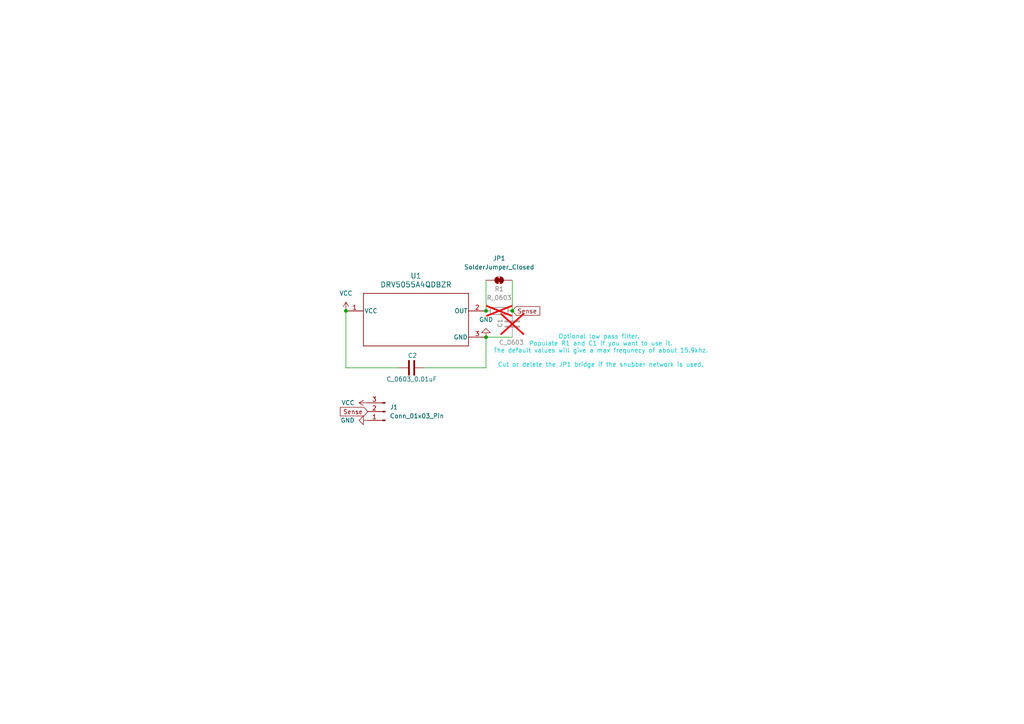
<source format=kicad_sch>
(kicad_sch (version 20231120) (generator "eeschema") (generator_version "8.0")
  (paper "A4")
  (lib_symbols
    (symbol "Connector:Conn_01x03_Pin" (pin_names (offset 1.016) hide)
      (property "Reference" "J" (at 0 5.08 0))
      (property "Value" "Conn_01x03_Pin" (at 0 -5.08 0))
      (symbol "Conn_01x03_Pin_1_1"
        (polyline (pts (xy 1.27 -2.54) (xy 0.8636 -2.54)) (stroke (width 0.1524)))
        (polyline (pts (xy 1.27 0) (xy 0.8636 0)) (stroke (width 0.1524)))
        (polyline (pts (xy 1.27 2.54) (xy 0.8636 2.54)) (stroke (width 0.1524)))
        (rectangle (start 0.8636 -2.413) (end 0 -2.667) (stroke (width 0.1524)) (fill (type outline)))
        (rectangle (start 0.8636 0.127) (end 0 -0.127) (stroke (width 0.1524)) (fill (type outline)))
        (rectangle (start 0.8636 2.667) (end 0 2.413) (stroke (width 0.1524)) (fill (type outline)))
        (pin passive line (at 5.08 2.54 180) (length 3.81) (name "Pin_1") (number "1"))
        (pin passive line (at 5.08 0 180) (length 3.81) (name "Pin_2") (number "2"))
        (pin passive line (at 5.08 -2.54 180) (length 3.81) (name "Pin_3") (number "3"))
      )
    )
    (symbol "DRV5055A4:DRV5055A4QDBZR" (pin_names (offset 0.254))
      (property "Reference" "U" (at 0 2.54 0))
      (property "Value" "DRV5055A4QDBZR" (at 0 0 0))
      (symbol "DRV5055A4QDBZR_0_1"
        (polyline (pts (xy -15.24 -7.62) (xy 15.24 -7.62)) (stroke (width 0.2032)))
        (polyline (pts (xy -15.24 7.62) (xy -15.24 -7.62)) (stroke (width 0.2032)))
        (polyline (pts (xy 15.24 -7.62) (xy 15.24 7.62)) (stroke (width 0.2032)))
        (polyline (pts (xy 15.24 7.62) (xy -15.24 7.62)) (stroke (width 0.2032)))
        (pin power_in line (at -20.32 2.54 0) (length 5.08) (name "VCC") (number "1"))
        (pin output line (at 20.32 2.54 180) (length 5.08) (name "OUT") (number "2"))
        (pin power_in line (at 20.32 -5.08 180) (length 5.08) (name "GND") (number "3"))
      )
    )
    (symbol "Jumper:SolderJumper_2_Bridged" (pin_numbers hide) (pin_names (offset 0) hide) (exclude_from_sim yes) (in_bom no)
      (property "Reference" "JP" (at 0 2.032 0))
      (property "Value" "SolderJumper_2_Bridged" (at 0 -2.54 0))
      (symbol "SolderJumper_2_Bridged_0_1"
        (rectangle (start -0.508 0.508) (end 0.508 -0.508) (fill (type outline)))
        (arc (start -0.254 1.016) (mid -1.2656 0) (end -0.254 -1.016))
        (arc (start -0.254 1.016) (mid -1.2656 0) (end -0.254 -1.016) (fill (type outline)))
        (polyline (pts (xy -0.254 1.016) (xy -0.254 -1.016)))
        (polyline (pts (xy 0.254 1.016) (xy 0.254 -1.016)))
        (arc (start 0.254 -1.016) (mid 1.2656 0) (end 0.254 1.016))
        (arc (start 0.254 -1.016) (mid 1.2656 0) (end 0.254 1.016) (fill (type outline)))
      )
      (symbol "SolderJumper_2_Bridged_1_1"
        (pin passive line (at -3.81 0 0) (length 2.54) (name "A") (number "1"))
        (pin passive line (at 3.81 0 180) (length 2.54) (name "B") (number "2"))
      )
    )
    (symbol "PCM_Capacitor_AKL:C_0603" (pin_numbers hide) (pin_names (offset 0.254))
      (property "Reference" "C" (at 0.635 2.54 0))
      (property "Value" "C_0603" (at 0.635 -2.54 0))
      (symbol "C_0603_0_1"
        (polyline (pts (xy -2.032 -0.762) (xy 2.032 -0.762)) (stroke (width 0.508)))
        (polyline (pts (xy -2.032 0.762) (xy 2.032 0.762)) (stroke (width 0.508)))
      )
      (symbol "C_0603_1_1"
        (pin passive line (at 0 3.81 270) (length 2.794) (name "~") (number "1"))
        (pin passive line (at 0 -3.81 90) (length 2.794) (name "~") (number "2"))
      )
    )
    (symbol "PCM_Resistor_AKL:R_0603" (pin_numbers hide) (pin_names (offset 0))
      (property "Reference" "R" (at 2.54 1.27 0))
      (property "Value" "R_0603" (at 2.54 -1.27 0))
      (symbol "R_0603_0_1"
        (rectangle (start -1.016 -2.54) (end 1.016 2.54) (stroke (width 0.254)))
      )
      (symbol "R_0603_1_1"
        (pin passive line (at 0 3.81 270) (length 1.27) (name "~") (number "1"))
        (pin passive line (at 0 -3.81 90) (length 1.27) (name "~") (number "2"))
      )
    )
    (symbol "power:GND" (power) (pin_numbers hide) (pin_names (offset 0) hide)
      (property "Value" "GND" (at 0 -3.81 0))
      (symbol "GND_0_1"
        (polyline (pts (xy 0 0) (xy 0 -1.27) (xy 1.27 -1.27) (xy 0 -2.54) (xy -1.27 -1.27) (xy 0 -1.27)))
      )
      (symbol "GND_1_1"
        (pin power_in line (at 0 0 270) (length 0) (name "~") (number "1"))
      )
    )
    (symbol "power:VCC" (power) (pin_numbers hide) (pin_names (offset 0) hide)
      (property "Value" "VCC" (at 0 3.556 0))
      (symbol "VCC_0_1"
        (polyline (pts (xy -0.762 1.27) (xy 0 2.54)))
        (polyline (pts (xy 0 0) (xy 0 2.54)))
        (polyline (pts (xy 0 2.54) (xy 0.762 1.27)))
      )
      (symbol "VCC_1_1"
        (pin power_in line (at 0 0 90) (length 0) (name "~") (number "1"))
      )
    )
  )
  (junction (at 148.59 90.17))
  (junction (at 140.97 97.79))
  (junction (at 140.97 90.17))
  (junction (at 100.33 90.17))
  (wire (pts (xy 115.57 106.68) (xy 100.33 106.68)))
  (wire (pts (xy 140.97 97.79) (xy 148.59 97.79)))
  (wire (pts (xy 140.97 81.28) (xy 140.97 90.17)))
  (wire (pts (xy 100.33 106.68) (xy 100.33 90.17)))
  (wire (pts (xy 140.97 106.68) (xy 123.19 106.68)))
  (wire (pts (xy 148.59 81.28) (xy 148.59 90.17)))
  (wire (pts (xy 140.97 97.79) (xy 140.97 106.68)))
  (text "Optional low pass filter. \nPopulate R1 and C1 if you want to use it.\nThe default values will give a max frequnecy of about 15.9khz.\n\nCut or delete the JP1 bridge if the snubber network is used." (at 174.244 101.854 0) (effects (font (size 1.27 1.27))))
  (global_label "Sense" (shape input) (at 106.68 119.38 180) (property "Intersheetrefs" "${INTERSHEET_REFS}" (effects (hide yes))))
  (global_label "Sense" (shape input) (at 148.59 90.17 0) (property "Intersheetrefs" "${INTERSHEET_REFS}" (effects (hide yes))))
  (symbol (lib_id "DRV5055A4:DRV5055A4QDBZR") (at 120.65 92.71 0) (unit 1)
    (property "Reference" "U1" (at 120.65 80.01 0) (effects (font (size 1.524 1.524))))
    (property "Value" "DRV5055A4QDBZR" (at 120.65 82.55 0) (effects (font (size 1.524 1.524))))
    (property "Footprint" "DRV5055A4:DBZ0003A_N" (effects (hide yes)))
    (property "Datasheet" "DRV5055A4QDBZR" (effects (hide yes)))
    (property "Description" "Linear Mag. Analog output" (effects (hide yes)))
    (property "JLCPCB Part Number" "C266123" (effects (hide yes)))
  )
  (symbol (lib_id "PCM_Resistor_AKL:R_0603") (at 144.78 90.17 90) (unit 1) (dnp yes)
    (property "Reference" "R1" (at 144.78 83.82 90))
    (property "Value" "R_0603" (at 144.78 86.36 90))
    (property "Footprint" "PCM_Resistor_SMD_AKL:R_0603_1608Metric_Pad0.98x0.95mm_HandSolder" (effects (hide yes)))
    (property "Description" "SMD 0603 Chip Resistor, European Symbol, Alternate KiCad Library" (effects (hide yes)))
    (property "JLCPCB Part Number" "C21190" (effects (hide yes)))
  )
  (symbol (lib_id "Jumper:SolderJumper_2_Bridged") (at 144.78 81.28 0) (unit 1) (exclude_from_sim yes) (in_bom no)
    (property "Reference" "JP1" (at 144.78 74.93 0))
    (property "Value" "SolderJumper_Closed" (at 144.78 77.47 0))
    (property "Footprint" "Jumper:SolderJumper-2_P1.3mm_Bridged_RoundedPad1.0x1.5mm" (effects (hide yes)))
    (property "Description" "Solder Jumper, 2-pole, closed/bridged" (effects (hide yes)))
  )
  (symbol (lib_id "power:GND") (at 106.68 121.92 270) (unit 1)
    (property "Reference" "#PWR03" (effects (hide yes)))
    (property "Value" "GND" (at 102.87 121.9199 90) (effects (justify right)))
    (property "Description" "Power symbol creates a global label with name \"GND\" , ground" (effects (hide yes)))
  )
  (symbol (lib_id "power:VCC") (at 106.68 116.84 90) (unit 1)
    (property "Reference" "#PWR04" (effects (hide yes)))
    (property "Value" "VCC" (at 102.87 116.8399 90) (effects (justify left)))
    (property "Description" "Power symbol creates a global label with name \"VCC\"" (effects (hide yes)))
  )
  (symbol (lib_id "power:VCC") (at 100.33 90.17 0) (unit 1)
    (property "Reference" "#PWR02" (effects (hide yes)))
    (property "Value" "VCC" (at 100.33 85.09 0))
    (property "Description" "Power symbol creates a global label with name \"VCC\"" (effects (hide yes)))
  )
  (symbol (lib_id "PCM_Capacitor_AKL:C_0603") (at 148.59 93.98 180) (unit 1) (dnp yes)
    (property "Reference" "C1" (at 145.034 93.726 90))
    (property "Value" "C_0603" (at 148.336 99.314 0))
    (property "Footprint" "Capacitor_SMD:C_0603_1608Metric_Pad1.08x0.95mm_HandSolder" (effects (hide yes)))
    (property "Description" "SMD 0603 MLCC capacitor, Alternate KiCad Library" (effects (hide yes)))
    (property "JLCPCB Part Number" "C57112" (effects (hide yes)))
  )
  (symbol (lib_id "power:GND") (at 140.97 97.79 180) (unit 1)
    (property "Reference" "#PWR01" (effects (hide yes)))
    (property "Value" "GND" (at 140.97 92.71 0))
    (property "Description" "Power symbol creates a global label with name \"GND\" , ground" (effects (hide yes)))
  )
  (symbol (lib_id "Connector:Conn_01x03_Pin") (at 111.76 119.38 180) (unit 1)
    (property "Reference" "J1" (at 113.03 118.1099 0) (effects (justify right)))
    (property "Value" "Conn_01x03_Pin" (at 113.03 120.6499 0) (effects (justify right)))
    (property "Footprint" "Connector_PinHeader_2.54mm:PinHeader_1x03_P2.54mm_Vertical" (effects (hide yes)))
    (property "Description" "Generic connector, single row, 01x03. Standard Arduino Style Header" (effects (hide yes)))
  )
  (symbol (lib_id "PCM_Capacitor_AKL:C_0603") (at 119.38 106.68 90) (unit 1)
    (property "Reference" "C2" (at 119.634 103.124 90))
    (property "Value" "C_0603_0.01uF" (at 119.38 109.982 90))
    (property "Footprint" "Capacitor_SMD:C_0603_1608Metric" (effects (hide yes)))
    (property "Description" "SMD 0603 MLCC capacitor. This will see a max voltage of 8v. It must have a capacitance of at least 0.01uF." (effects (hide yes)))
    (property "JLCPCB Part Number" "C57112" (effects (hide yes)))
  )
)
</source>
